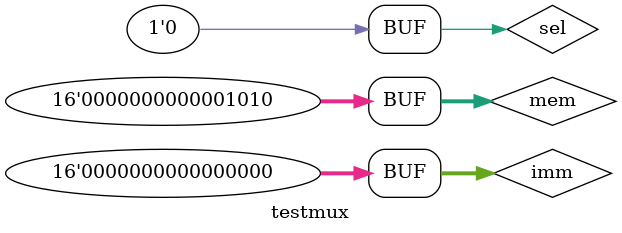
<source format=v>
`timescale 1ns / 1ps


module testmux;

	// Inputs
	reg [15:0] mem;
	reg [15:0] imm;
	reg sel;
	
	wire [15:0] toWriteData;

	// Instantiate the Unit Under Test (UUT)
	mux uut (
		.mem(mem), 
		.imm(imm), 
		.sel(sel), 
		.toWriteData(toWriteData)
	);

	initial begin
		// Initialize Inputs
		mem = 10;
		imm = 0;
		sel = 0;

		// Wait 100 ns for global reset to finish
		#100;
		sel = 1;
		#100;
		sel = 0;
        
		// Add stimulus here

	end
      
endmodule


</source>
